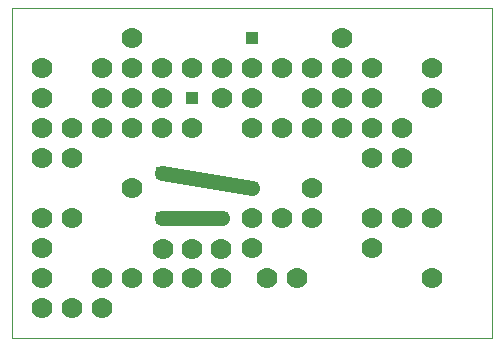
<source format=gtl>
G75*
%MOIN*%
%OFA0B0*%
%FSLAX25Y25*%
%IPPOS*%
%LPD*%
%AMOC8*
5,1,8,0,0,1.08239X$1,22.5*
%
%ADD10C,0.00000*%
%ADD11C,0.07000*%
%ADD12R,0.03962X0.03962*%
%ADD13C,0.05000*%
D10*
X0001267Y0020337D02*
X0001267Y0130337D01*
X0161267Y0130337D01*
X0161267Y0020337D01*
X0001267Y0020337D01*
D11*
X0011267Y0030337D03*
X0021267Y0030337D03*
X0031267Y0030337D03*
X0031267Y0040337D03*
X0041267Y0040337D03*
X0051582Y0040337D03*
X0061267Y0040337D03*
X0070952Y0040337D03*
X0070952Y0050022D03*
X0061267Y0050022D03*
X0051582Y0050022D03*
X0041267Y0070337D03*
X0021267Y0060337D03*
X0011267Y0060337D03*
X0011267Y0050337D03*
X0011267Y0040337D03*
X0011267Y0080337D03*
X0021267Y0080337D03*
X0021267Y0090337D03*
X0031267Y0090337D03*
X0041267Y0090337D03*
X0051267Y0090337D03*
X0061267Y0090337D03*
X0071267Y0100337D03*
X0081267Y0100337D03*
X0081267Y0090337D03*
X0091267Y0090337D03*
X0101267Y0090337D03*
X0111267Y0090337D03*
X0121267Y0090337D03*
X0131267Y0090337D03*
X0141267Y0100337D03*
X0141267Y0110337D03*
X0121267Y0110337D03*
X0111267Y0110337D03*
X0101267Y0110337D03*
X0091267Y0110337D03*
X0081267Y0110337D03*
X0071267Y0110337D03*
X0061267Y0110337D03*
X0051267Y0110337D03*
X0041267Y0110337D03*
X0031267Y0110337D03*
X0031267Y0100337D03*
X0041267Y0100337D03*
X0051267Y0100337D03*
X0041267Y0120337D03*
X0011267Y0110337D03*
X0011267Y0100337D03*
X0011267Y0090337D03*
X0081267Y0060337D03*
X0091267Y0060337D03*
X0101267Y0060337D03*
X0101267Y0070337D03*
X0121267Y0060337D03*
X0131267Y0060337D03*
X0141267Y0060337D03*
X0121267Y0050337D03*
X0141267Y0040337D03*
X0096267Y0040337D03*
X0086267Y0040337D03*
X0081267Y0050337D03*
X0121267Y0080337D03*
X0131267Y0080337D03*
X0121267Y0100337D03*
X0111267Y0100337D03*
X0101267Y0100337D03*
X0111267Y0120337D03*
D12*
X0081267Y0120337D03*
X0061267Y0100337D03*
X0051267Y0075337D03*
X0041267Y0070337D03*
X0051267Y0060337D03*
X0071267Y0060337D03*
X0081267Y0070337D03*
D13*
X0051267Y0075337D01*
X0051267Y0060337D02*
X0071267Y0060337D01*
M02*

</source>
